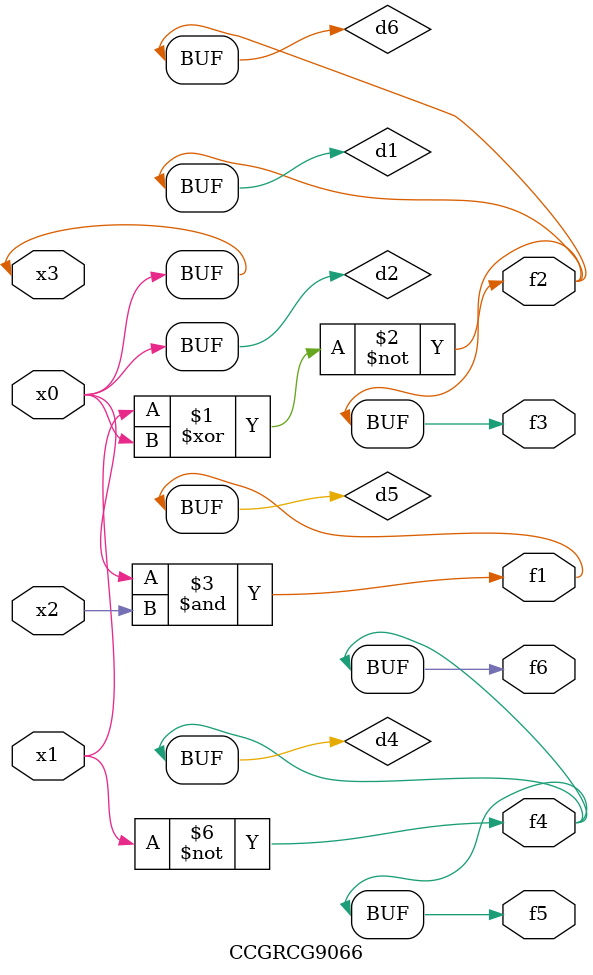
<source format=v>
module CCGRCG9066(
	input x0, x1, x2, x3,
	output f1, f2, f3, f4, f5, f6
);

	wire d1, d2, d3, d4, d5, d6;

	xnor (d1, x1, x3);
	buf (d2, x0, x3);
	nand (d3, x0, x2);
	not (d4, x1);
	nand (d5, d3);
	or (d6, d1);
	assign f1 = d5;
	assign f2 = d6;
	assign f3 = d6;
	assign f4 = d4;
	assign f5 = d4;
	assign f6 = d4;
endmodule

</source>
